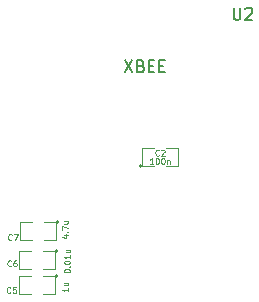
<source format=gto>
G04 (created by PCBNEW (25-Oct-2014 BZR 4029)-stable) date 2015年05月14日 星期四 19时18分23秒*
%MOIN*%
G04 Gerber Fmt 3.4, Leading zero omitted, Abs format*
%FSLAX34Y34*%
G01*
G70*
G90*
G04 APERTURE LIST*
%ADD10C,0.00590551*%
%ADD11C,0.0039*%
%ADD12C,0.0043*%
G04 APERTURE END LIST*
G54D10*
G54D11*
X48395Y-23290D02*
G75*
G03X48395Y-23290I-50J0D01*
G74*
G01*
X48795Y-23290D02*
X48395Y-23290D01*
X48395Y-23290D02*
X48395Y-22690D01*
X48395Y-22690D02*
X48795Y-22690D01*
X49195Y-22690D02*
X49595Y-22690D01*
X49595Y-22690D02*
X49595Y-23290D01*
X49595Y-23290D02*
X49195Y-23290D01*
X45612Y-26118D02*
G75*
G03X45612Y-26118I-50J0D01*
G74*
G01*
X45112Y-26118D02*
X45512Y-26118D01*
X45512Y-26118D02*
X45512Y-26718D01*
X45512Y-26718D02*
X45112Y-26718D01*
X44712Y-26718D02*
X44312Y-26718D01*
X44312Y-26718D02*
X44312Y-26118D01*
X44312Y-26118D02*
X44712Y-26118D01*
X45630Y-25140D02*
G75*
G03X45630Y-25140I-50J0D01*
G74*
G01*
X45130Y-25140D02*
X45530Y-25140D01*
X45530Y-25140D02*
X45530Y-25740D01*
X45530Y-25740D02*
X45130Y-25740D01*
X44730Y-25740D02*
X44330Y-25740D01*
X44330Y-25740D02*
X44330Y-25140D01*
X44330Y-25140D02*
X44730Y-25140D01*
X45600Y-26960D02*
G75*
G03X45600Y-26960I-50J0D01*
G74*
G01*
X45100Y-26960D02*
X45500Y-26960D01*
X45500Y-26960D02*
X45500Y-27560D01*
X45500Y-27560D02*
X45100Y-27560D01*
X44700Y-27560D02*
X44300Y-27560D01*
X44300Y-27560D02*
X44300Y-26960D01*
X44300Y-26960D02*
X44700Y-26960D01*
G54D12*
X48962Y-22925D02*
X48952Y-22935D01*
X48924Y-22944D01*
X48905Y-22944D01*
X48877Y-22935D01*
X48858Y-22916D01*
X48849Y-22897D01*
X48840Y-22860D01*
X48840Y-22832D01*
X48849Y-22794D01*
X48858Y-22775D01*
X48877Y-22757D01*
X48905Y-22747D01*
X48924Y-22747D01*
X48952Y-22757D01*
X48962Y-22766D01*
X49037Y-22766D02*
X49046Y-22757D01*
X49065Y-22747D01*
X49112Y-22747D01*
X49131Y-22757D01*
X49140Y-22766D01*
X49149Y-22785D01*
X49149Y-22804D01*
X49140Y-22832D01*
X49027Y-22944D01*
X49149Y-22944D01*
X48774Y-23219D02*
X48661Y-23219D01*
X48718Y-23219D02*
X48718Y-23022D01*
X48699Y-23050D01*
X48680Y-23069D01*
X48661Y-23079D01*
X48896Y-23022D02*
X48915Y-23022D01*
X48934Y-23032D01*
X48943Y-23041D01*
X48952Y-23060D01*
X48962Y-23097D01*
X48962Y-23144D01*
X48952Y-23182D01*
X48943Y-23200D01*
X48934Y-23210D01*
X48915Y-23219D01*
X48896Y-23219D01*
X48877Y-23210D01*
X48868Y-23200D01*
X48858Y-23182D01*
X48849Y-23144D01*
X48849Y-23097D01*
X48858Y-23060D01*
X48868Y-23041D01*
X48877Y-23032D01*
X48896Y-23022D01*
X49084Y-23022D02*
X49102Y-23022D01*
X49121Y-23032D01*
X49131Y-23041D01*
X49140Y-23060D01*
X49149Y-23097D01*
X49149Y-23144D01*
X49140Y-23182D01*
X49131Y-23200D01*
X49121Y-23210D01*
X49102Y-23219D01*
X49084Y-23219D01*
X49065Y-23210D01*
X49055Y-23200D01*
X49046Y-23182D01*
X49037Y-23144D01*
X49037Y-23097D01*
X49046Y-23060D01*
X49055Y-23041D01*
X49065Y-23032D01*
X49084Y-23022D01*
X49234Y-23088D02*
X49234Y-23219D01*
X49234Y-23107D02*
X49243Y-23097D01*
X49262Y-23088D01*
X49290Y-23088D01*
X49309Y-23097D01*
X49318Y-23116D01*
X49318Y-23219D01*
G54D10*
X51450Y-18015D02*
X51450Y-18334D01*
X51468Y-18371D01*
X51487Y-18390D01*
X51525Y-18409D01*
X51600Y-18409D01*
X51637Y-18390D01*
X51656Y-18371D01*
X51675Y-18334D01*
X51675Y-18015D01*
X51843Y-18053D02*
X51862Y-18034D01*
X51899Y-18015D01*
X51993Y-18015D01*
X52031Y-18034D01*
X52049Y-18053D01*
X52068Y-18090D01*
X52068Y-18128D01*
X52049Y-18184D01*
X51824Y-18409D01*
X52068Y-18409D01*
X47815Y-19765D02*
X48078Y-20159D01*
X48078Y-19765D02*
X47815Y-20159D01*
X48359Y-19953D02*
X48415Y-19971D01*
X48434Y-19990D01*
X48453Y-20028D01*
X48453Y-20084D01*
X48434Y-20121D01*
X48415Y-20140D01*
X48378Y-20159D01*
X48228Y-20159D01*
X48228Y-19765D01*
X48359Y-19765D01*
X48396Y-19784D01*
X48415Y-19803D01*
X48434Y-19840D01*
X48434Y-19878D01*
X48415Y-19915D01*
X48396Y-19934D01*
X48359Y-19953D01*
X48228Y-19953D01*
X48621Y-19953D02*
X48753Y-19953D01*
X48809Y-20159D02*
X48621Y-20159D01*
X48621Y-19765D01*
X48809Y-19765D01*
X48978Y-19953D02*
X49109Y-19953D01*
X49165Y-20159D02*
X48978Y-20159D01*
X48978Y-19765D01*
X49165Y-19765D01*
G54D12*
X44035Y-26610D02*
X44025Y-26620D01*
X43997Y-26629D01*
X43978Y-26629D01*
X43950Y-26620D01*
X43931Y-26601D01*
X43922Y-26582D01*
X43913Y-26545D01*
X43913Y-26517D01*
X43922Y-26479D01*
X43931Y-26460D01*
X43950Y-26442D01*
X43978Y-26432D01*
X43997Y-26432D01*
X44025Y-26442D01*
X44035Y-26451D01*
X44204Y-26432D02*
X44166Y-26432D01*
X44147Y-26442D01*
X44138Y-26451D01*
X44119Y-26479D01*
X44110Y-26517D01*
X44110Y-26592D01*
X44119Y-26610D01*
X44128Y-26620D01*
X44147Y-26629D01*
X44185Y-26629D01*
X44204Y-26620D01*
X44213Y-26610D01*
X44222Y-26592D01*
X44222Y-26545D01*
X44213Y-26526D01*
X44204Y-26517D01*
X44185Y-26507D01*
X44147Y-26507D01*
X44128Y-26517D01*
X44119Y-26526D01*
X44110Y-26545D01*
X45796Y-26789D02*
X45796Y-26770D01*
X45806Y-26751D01*
X45815Y-26742D01*
X45834Y-26732D01*
X45871Y-26723D01*
X45918Y-26723D01*
X45956Y-26732D01*
X45974Y-26742D01*
X45984Y-26751D01*
X45993Y-26770D01*
X45993Y-26789D01*
X45984Y-26807D01*
X45974Y-26817D01*
X45956Y-26826D01*
X45918Y-26835D01*
X45871Y-26835D01*
X45834Y-26826D01*
X45815Y-26817D01*
X45806Y-26807D01*
X45796Y-26789D01*
X45974Y-26638D02*
X45984Y-26629D01*
X45993Y-26638D01*
X45984Y-26648D01*
X45974Y-26638D01*
X45993Y-26638D01*
X45796Y-26507D02*
X45796Y-26488D01*
X45806Y-26470D01*
X45815Y-26460D01*
X45834Y-26451D01*
X45871Y-26441D01*
X45918Y-26441D01*
X45956Y-26451D01*
X45974Y-26460D01*
X45984Y-26470D01*
X45993Y-26488D01*
X45993Y-26507D01*
X45984Y-26526D01*
X45974Y-26535D01*
X45956Y-26545D01*
X45918Y-26554D01*
X45871Y-26554D01*
X45834Y-26545D01*
X45815Y-26535D01*
X45806Y-26526D01*
X45796Y-26507D01*
X45993Y-26254D02*
X45993Y-26366D01*
X45993Y-26310D02*
X45796Y-26310D01*
X45824Y-26329D01*
X45843Y-26348D01*
X45853Y-26366D01*
X45862Y-26085D02*
X45993Y-26085D01*
X45862Y-26169D02*
X45965Y-26169D01*
X45984Y-26160D01*
X45993Y-26141D01*
X45993Y-26113D01*
X45984Y-26094D01*
X45974Y-26085D01*
X44053Y-25736D02*
X44043Y-25746D01*
X44015Y-25755D01*
X43996Y-25755D01*
X43968Y-25746D01*
X43949Y-25727D01*
X43940Y-25708D01*
X43931Y-25671D01*
X43931Y-25643D01*
X43940Y-25605D01*
X43949Y-25586D01*
X43968Y-25568D01*
X43996Y-25558D01*
X44015Y-25558D01*
X44043Y-25568D01*
X44053Y-25577D01*
X44118Y-25558D02*
X44250Y-25558D01*
X44165Y-25755D01*
X45790Y-25594D02*
X45921Y-25594D01*
X45715Y-25641D02*
X45856Y-25688D01*
X45856Y-25566D01*
X45902Y-25491D02*
X45912Y-25481D01*
X45921Y-25491D01*
X45912Y-25500D01*
X45902Y-25491D01*
X45921Y-25491D01*
X45724Y-25416D02*
X45724Y-25284D01*
X45921Y-25369D01*
X45790Y-25125D02*
X45921Y-25125D01*
X45790Y-25209D02*
X45893Y-25209D01*
X45912Y-25200D01*
X45921Y-25181D01*
X45921Y-25153D01*
X45912Y-25134D01*
X45902Y-25125D01*
X44013Y-27496D02*
X44003Y-27506D01*
X43975Y-27515D01*
X43956Y-27515D01*
X43928Y-27506D01*
X43909Y-27487D01*
X43900Y-27468D01*
X43891Y-27431D01*
X43891Y-27403D01*
X43900Y-27365D01*
X43909Y-27346D01*
X43928Y-27328D01*
X43956Y-27318D01*
X43975Y-27318D01*
X44003Y-27328D01*
X44013Y-27337D01*
X44191Y-27318D02*
X44097Y-27318D01*
X44088Y-27412D01*
X44097Y-27403D01*
X44116Y-27393D01*
X44163Y-27393D01*
X44182Y-27403D01*
X44191Y-27412D01*
X44200Y-27431D01*
X44200Y-27478D01*
X44191Y-27496D01*
X44182Y-27506D01*
X44163Y-27515D01*
X44116Y-27515D01*
X44097Y-27506D01*
X44088Y-27496D01*
X45943Y-27348D02*
X45943Y-27461D01*
X45943Y-27405D02*
X45746Y-27405D01*
X45774Y-27423D01*
X45793Y-27442D01*
X45803Y-27461D01*
X45812Y-27179D02*
X45943Y-27179D01*
X45812Y-27264D02*
X45915Y-27264D01*
X45934Y-27255D01*
X45943Y-27236D01*
X45943Y-27208D01*
X45934Y-27189D01*
X45924Y-27179D01*
M02*

</source>
